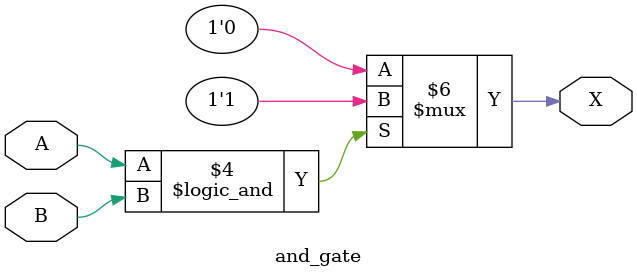
<source format=v>
`timescale 1ns / 1ps
module and_gate(A,B,X);
input A,B;
output X;
reg X;

always @(A,B)
begin
	if(A==1 && B == 1)
		X = 1'b1;
	else
		X = 1'b0;
end

endmodule

</source>
